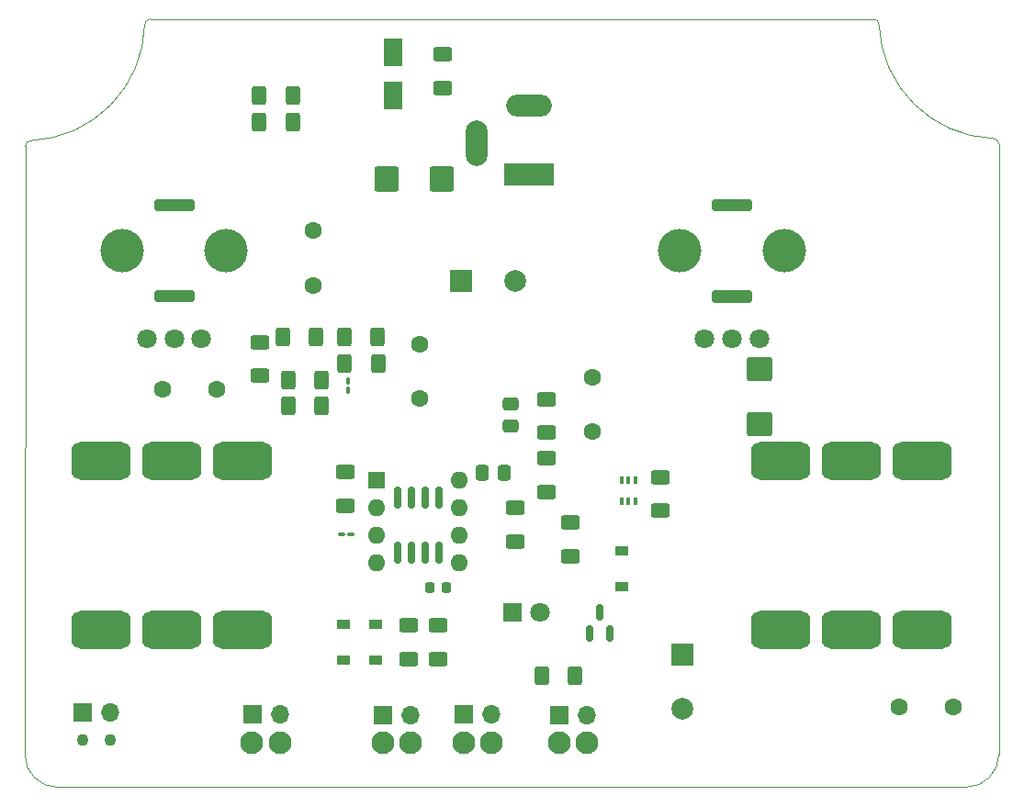
<source format=gbr>
%TF.GenerationSoftware,KiCad,Pcbnew,(6.0.0-0)*%
%TF.CreationDate,2022-01-31T16:21:45-05:00*%
%TF.ProjectId,Valve Wizard Cab Sim,56616c76-6520-4576-997a-617264204361,rev?*%
%TF.SameCoordinates,PX187ff90PY69be500*%
%TF.FileFunction,Soldermask,Top*%
%TF.FilePolarity,Negative*%
%FSLAX46Y46*%
G04 Gerber Fmt 4.6, Leading zero omitted, Abs format (unit mm)*
G04 Created by KiCad (PCBNEW (6.0.0-0)) date 2022-01-31 16:21:45*
%MOMM*%
%LPD*%
G01*
G04 APERTURE LIST*
G04 Aperture macros list*
%AMRoundRect*
0 Rectangle with rounded corners*
0 $1 Rounding radius*
0 $2 $3 $4 $5 $6 $7 $8 $9 X,Y pos of 4 corners*
0 Add a 4 corners polygon primitive as box body*
4,1,4,$2,$3,$4,$5,$6,$7,$8,$9,$2,$3,0*
0 Add four circle primitives for the rounded corners*
1,1,$1+$1,$2,$3*
1,1,$1+$1,$4,$5*
1,1,$1+$1,$6,$7*
1,1,$1+$1,$8,$9*
0 Add four rect primitives between the rounded corners*
20,1,$1+$1,$2,$3,$4,$5,0*
20,1,$1+$1,$4,$5,$6,$7,0*
20,1,$1+$1,$6,$7,$8,$9,0*
20,1,$1+$1,$8,$9,$2,$3,0*%
G04 Aperture macros list end*
%TA.AperFunction,Profile*%
%ADD10C,0.100000*%
%TD*%
%TA.AperFunction,Profile*%
%ADD11C,0.500000*%
%TD*%
%ADD12RoundRect,0.250000X0.400000X0.625000X-0.400000X0.625000X-0.400000X-0.625000X0.400000X-0.625000X0*%
%ADD13RoundRect,0.250000X0.625000X-0.400000X0.625000X0.400000X-0.625000X0.400000X-0.625000X-0.400000X0*%
%ADD14C,1.600000*%
%ADD15RoundRect,0.225000X0.225000X0.250000X-0.225000X0.250000X-0.225000X-0.250000X0.225000X-0.250000X0*%
%ADD16C,2.100000*%
%ADD17R,1.700000X1.700000*%
%ADD18O,1.700000X1.700000*%
%ADD19R,1.200000X0.900000*%
%ADD20R,2.000000X2.000000*%
%ADD21C,2.000000*%
%ADD22RoundRect,0.250000X-0.625000X0.400000X-0.625000X-0.400000X0.625000X-0.400000X0.625000X0.400000X0*%
%ADD23C,1.100000*%
%ADD24RoundRect,0.250000X-0.875000X-0.925000X0.875000X-0.925000X0.875000X0.925000X-0.875000X0.925000X0*%
%ADD25RoundRect,0.250000X0.475000X-0.337500X0.475000X0.337500X-0.475000X0.337500X-0.475000X-0.337500X0*%
%ADD26RoundRect,0.250000X-0.400000X-0.625000X0.400000X-0.625000X0.400000X0.625000X-0.400000X0.625000X0*%
%ADD27RoundRect,0.150000X0.150000X-0.587500X0.150000X0.587500X-0.150000X0.587500X-0.150000X-0.587500X0*%
%ADD28RoundRect,0.100000X0.100000X-0.217500X0.100000X0.217500X-0.100000X0.217500X-0.100000X-0.217500X0*%
%ADD29R,1.600000X1.600000*%
%ADD30RoundRect,0.162500X-0.162500X0.825000X-0.162500X-0.825000X0.162500X-0.825000X0.162500X0.825000X0*%
%ADD31O,1.600000X1.600000*%
%ADD32RoundRect,0.875000X-1.875000X0.875000X-1.875000X-0.875000X1.875000X-0.875000X1.875000X0.875000X0*%
%ADD33RoundRect,0.250000X-0.925000X0.875000X-0.925000X-0.875000X0.925000X-0.875000X0.925000X0.875000X0*%
%ADD34RoundRect,0.100000X-0.217500X-0.100000X0.217500X-0.100000X0.217500X0.100000X-0.217500X0.100000X0*%
%ADD35RoundRect,0.250000X-0.337500X-0.475000X0.337500X-0.475000X0.337500X0.475000X-0.337500X0.475000X0*%
%ADD36R,4.600000X2.000000*%
%ADD37O,4.200000X2.000000*%
%ADD38O,2.000000X4.200000*%
%ADD39R,1.800000X2.500000*%
%ADD40R,0.400000X0.650000*%
%ADD41RoundRect,0.875000X1.875000X-0.875000X1.875000X0.875000X-1.875000X0.875000X-1.875000X-0.875000X0*%
%ADD42C,1.800000*%
%ADD43C,4.000000*%
%ADD44R,1.800000X1.800000*%
G04 APERTURE END LIST*
D10*
X5360000Y11071320D02*
G75*
G03*
X8360000Y8071320I3000001J1D01*
G01*
X95150000Y67390000D02*
G75*
G03*
X94640000Y67900000I-510002J-2D01*
G01*
X5900624Y67700072D02*
G75*
G03*
X5390624Y67190072I2J-510002D01*
G01*
X5360000Y11071320D02*
X5390624Y67190072D01*
X16910624Y78900073D02*
G75*
G03*
X16400624Y78410696I-1J-510434D01*
G01*
X84098752Y78389376D02*
G75*
G03*
X83588752Y78899376I-510002J-2D01*
G01*
X92140000Y8071320D02*
X8360000Y8071320D01*
X5900624Y67700072D02*
G75*
G03*
X16400624Y78410696I-473508J10966267D01*
G01*
X92140000Y8071320D02*
G75*
G03*
X95140000Y11071320I-1J3000001D01*
G01*
X84098752Y78389376D02*
G75*
G03*
X94640000Y67900000I10950523J463299D01*
G01*
X95150000Y67390000D02*
X95140000Y11071320D01*
X16910624Y78900072D02*
X83588752Y78899376D01*
D11*
%TO.C,RV2*%
X68940000Y53020103D02*
X72140000Y53020103D01*
X72140000Y53020103D02*
X72140000Y53620103D01*
X72140000Y53620103D02*
X68940000Y53620103D01*
X68940000Y53620103D02*
X68940000Y53020103D01*
G36*
X68940000Y53020103D02*
G01*
X72140000Y53020103D01*
X72140000Y53620103D01*
X68940000Y53620103D01*
X68940000Y53020103D01*
G37*
X68940000Y61420103D02*
X72140000Y61420103D01*
X72140000Y61420103D02*
X72140000Y62020103D01*
X72140000Y62020103D02*
X68940000Y62020103D01*
X68940000Y62020103D02*
X68940000Y61420103D01*
G36*
X68940000Y61420103D02*
G01*
X72140000Y61420103D01*
X72140000Y62020103D01*
X68940000Y62020103D01*
X68940000Y61420103D01*
G37*
%TO.C,RV1*%
X17520000Y61430000D02*
X20720000Y61430000D01*
X20720000Y61430000D02*
X20720000Y62030000D01*
X20720000Y62030000D02*
X17520000Y62030000D01*
X17520000Y62030000D02*
X17520000Y61430000D01*
G36*
X17520000Y61430000D02*
G01*
X20720000Y61430000D01*
X20720000Y62030000D01*
X17520000Y62030000D01*
X17520000Y61430000D01*
G37*
X17520000Y53030000D02*
X20720000Y53030000D01*
X20720000Y53030000D02*
X20720000Y53630000D01*
X20720000Y53630000D02*
X17520000Y53630000D01*
X17520000Y53630000D02*
X17520000Y53030000D01*
G36*
X17520000Y53030000D02*
G01*
X20720000Y53030000D01*
X20720000Y53630000D01*
X17520000Y53630000D01*
X17520000Y53030000D01*
G37*
%TD*%
D12*
%TO.C,R17*%
X56100000Y18350000D03*
X53000000Y18350000D03*
%TD*%
D13*
%TO.C,R4*%
X43460000Y19905000D03*
X43460000Y23005000D03*
%TD*%
D12*
%TO.C,R10*%
X37910000Y47130000D03*
X34810000Y47130000D03*
%TD*%
D14*
%TO.C,C6*%
X41760000Y48920000D03*
X41760000Y43920000D03*
%TD*%
D15*
%TO.C,C14*%
X44210000Y26455000D03*
X42660000Y26455000D03*
%TD*%
D16*
%TO.C,J5*%
X38390000Y12190000D03*
X40940000Y12190000D03*
D17*
X38400000Y14750000D03*
D18*
X40940000Y14750000D03*
%TD*%
D12*
%TO.C,R2*%
X30060000Y69380000D03*
X26960000Y69380000D03*
%TD*%
D13*
%TO.C,R1*%
X43910000Y72580000D03*
X43910000Y75680000D03*
%TD*%
D19*
%TO.C,D5*%
X37710000Y19805000D03*
X37710000Y23105000D03*
%TD*%
D14*
%TO.C,C9*%
X57660000Y40880000D03*
X57660000Y45880000D03*
%TD*%
D20*
%TO.C,C1*%
X45550000Y54750000D03*
D21*
X50550000Y54750000D03*
%TD*%
D22*
%TO.C,R5*%
X40710000Y23005000D03*
X40710000Y19905000D03*
%TD*%
D12*
%TO.C,R12*%
X32210000Y49630000D03*
X29110000Y49630000D03*
%TD*%
D23*
%TO.C,J4*%
X10690000Y12390000D03*
X13240000Y12390000D03*
D17*
X10700000Y14950000D03*
D18*
X13240000Y14950000D03*
%TD*%
D22*
%TO.C,R14*%
X53410000Y43880000D03*
X53410000Y40780000D03*
%TD*%
D24*
%TO.C,C2*%
X38705000Y64161000D03*
X43805000Y64161000D03*
%TD*%
D13*
%TO.C,R6*%
X34890000Y34060000D03*
X34890000Y37160000D03*
%TD*%
D19*
%TO.C,D2*%
X60415000Y29883000D03*
X60415000Y26583000D03*
%TD*%
D16*
%TO.C,J2*%
X54590000Y12190000D03*
X57140000Y12190000D03*
D17*
X54600000Y14750000D03*
D18*
X57140000Y14750000D03*
%TD*%
D25*
%TO.C,C8*%
X50100000Y41352500D03*
X50100000Y43427500D03*
%TD*%
D26*
%TO.C,R7*%
X29610000Y43222500D03*
X32710000Y43222500D03*
%TD*%
D22*
%TO.C,R18*%
X55660000Y32476000D03*
X55660000Y29376000D03*
%TD*%
D26*
%TO.C,R3*%
X26960000Y71830000D03*
X30060000Y71830000D03*
%TD*%
D27*
%TO.C,Q3*%
X57383000Y22288500D03*
X59283000Y22288500D03*
X58333000Y24163500D03*
%TD*%
D28*
%TO.C,C4*%
X35160000Y44722500D03*
X35160000Y45537500D03*
%TD*%
D29*
%TO.C,U1*%
X37810000Y36430000D03*
D30*
X43520693Y34799307D03*
D31*
X37810000Y33890000D03*
D30*
X42250693Y34799307D03*
X40980693Y34799307D03*
D31*
X37810000Y31350000D03*
X37810000Y28810000D03*
D30*
X39710693Y34799307D03*
D31*
X45430000Y28810000D03*
D30*
X39710693Y29724307D03*
D31*
X45430000Y31350000D03*
D30*
X40980693Y29724307D03*
X42250693Y29724307D03*
D31*
X45430000Y33890000D03*
D30*
X43520693Y29724307D03*
D31*
X45430000Y36430000D03*
%TD*%
D26*
%TO.C,R9*%
X34770000Y49590000D03*
X37870000Y49590000D03*
%TD*%
D32*
%TO.C,J11*%
X81565000Y38149000D03*
X81565000Y22564000D03*
X88065000Y38149000D03*
X88065000Y22564000D03*
X75065000Y38149000D03*
X75065000Y22564000D03*
%TD*%
D14*
%TO.C,C12*%
X90971000Y15458000D03*
X85971000Y15458000D03*
%TD*%
D12*
%TO.C,R8*%
X32710000Y45630000D03*
X29610000Y45630000D03*
%TD*%
D33*
%TO.C,C10*%
X73060000Y46650000D03*
X73060000Y41550000D03*
%TD*%
D22*
%TO.C,R11*%
X27010000Y49120000D03*
X27010000Y46020000D03*
%TD*%
D13*
%TO.C,R16*%
X63910000Y33580000D03*
X63910000Y36680000D03*
%TD*%
D16*
%TO.C,J6*%
X48380000Y12210000D03*
X45830000Y12210000D03*
D17*
X45840000Y14770000D03*
D18*
X48380000Y14770000D03*
%TD*%
D34*
%TO.C,C3*%
X34570000Y31380000D03*
X35385000Y31380000D03*
%TD*%
D22*
%TO.C,R13*%
X53410000Y38380000D03*
X53410000Y35280000D03*
%TD*%
D35*
%TO.C,C13*%
X47485000Y37030000D03*
X49560000Y37030000D03*
%TD*%
D20*
%TO.C,C11*%
X65949000Y20340000D03*
D21*
X65949000Y15340000D03*
%TD*%
D13*
%TO.C,R15*%
X50533000Y30747000D03*
X50533000Y33847000D03*
%TD*%
D14*
%TO.C,C7*%
X31910000Y54380000D03*
X31910000Y59380000D03*
%TD*%
D36*
%TO.C,J3*%
X51835000Y64600000D03*
D37*
X51835000Y70900000D03*
D38*
X47035000Y67500000D03*
%TD*%
D19*
%TO.C,D4*%
X34710000Y23105000D03*
X34710000Y19805000D03*
%TD*%
D14*
%TO.C,C5*%
X23010000Y44772500D03*
X18010000Y44772500D03*
%TD*%
D39*
%TO.C,D1*%
X39310000Y71830000D03*
X39310000Y75830000D03*
%TD*%
D16*
%TO.C,J1*%
X28850000Y12210000D03*
X26300000Y12210000D03*
D17*
X26310000Y14770000D03*
D18*
X28850000Y14770000D03*
%TD*%
D40*
%TO.C,Q2*%
X61665000Y36353000D03*
X61015000Y36353000D03*
X60365000Y36353000D03*
X60365000Y34453000D03*
X61015000Y34453000D03*
X61665000Y34453000D03*
%TD*%
D41*
%TO.C,J10*%
X18915000Y22599000D03*
X18915000Y38184000D03*
X12415000Y22599000D03*
X12415000Y38184000D03*
X25415000Y22599000D03*
X25415000Y38184000D03*
%TD*%
D42*
%TO.C,RV2*%
X68040000Y49390103D03*
X70540000Y49390103D03*
X73040000Y49390103D03*
D43*
X75340000Y57520103D03*
X65740000Y57520103D03*
%TD*%
D44*
%TO.C,D3*%
X50275000Y24200000D03*
D42*
X52815000Y24200000D03*
%TD*%
%TO.C,RV1*%
X16620000Y49400000D03*
X19120000Y49400000D03*
X21620000Y49400000D03*
D43*
X23920000Y57530000D03*
X14320000Y57530000D03*
%TD*%
M02*

</source>
